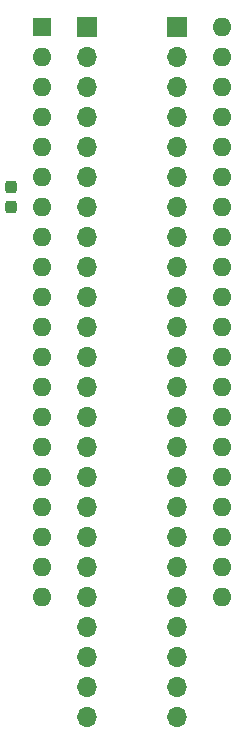
<source format=gbr>
G04 #@! TF.GenerationSoftware,KiCad,Pcbnew,8.0.4+dfsg-1*
G04 #@! TF.CreationDate,2025-02-23T14:55:37+09:00*
G04 #@! TF.ProjectId,bionic-mc6809e,62696f6e-6963-42d6-9d63-36383039652e,6*
G04 #@! TF.SameCoordinates,Original*
G04 #@! TF.FileFunction,Soldermask,Bot*
G04 #@! TF.FilePolarity,Negative*
%FSLAX46Y46*%
G04 Gerber Fmt 4.6, Leading zero omitted, Abs format (unit mm)*
G04 Created by KiCad (PCBNEW 8.0.4+dfsg-1) date 2025-02-23 14:55:37*
%MOMM*%
%LPD*%
G01*
G04 APERTURE LIST*
G04 Aperture macros list*
%AMRoundRect*
0 Rectangle with rounded corners*
0 $1 Rounding radius*
0 $2 $3 $4 $5 $6 $7 $8 $9 X,Y pos of 4 corners*
0 Add a 4 corners polygon primitive as box body*
4,1,4,$2,$3,$4,$5,$6,$7,$8,$9,$2,$3,0*
0 Add four circle primitives for the rounded corners*
1,1,$1+$1,$2,$3*
1,1,$1+$1,$4,$5*
1,1,$1+$1,$6,$7*
1,1,$1+$1,$8,$9*
0 Add four rect primitives between the rounded corners*
20,1,$1+$1,$2,$3,$4,$5,0*
20,1,$1+$1,$4,$5,$6,$7,0*
20,1,$1+$1,$6,$7,$8,$9,0*
20,1,$1+$1,$8,$9,$2,$3,0*%
G04 Aperture macros list end*
%ADD10R,1.600000X1.600000*%
%ADD11O,1.600000X1.600000*%
%ADD12O,1.700000X1.700000*%
%ADD13R,1.700000X1.700000*%
%ADD14RoundRect,0.237500X0.237500X-0.300000X0.237500X0.300000X-0.237500X0.300000X-0.237500X-0.300000X0*%
G04 APERTURE END LIST*
D10*
X109741600Y-70266000D03*
D11*
X109741600Y-72806000D03*
X109741600Y-75346000D03*
X109741600Y-77886000D03*
X109741600Y-80426000D03*
X109741600Y-82966000D03*
X109741600Y-85506000D03*
X109741600Y-88046000D03*
X109741600Y-90586000D03*
X109741600Y-93126000D03*
X109741600Y-95666000D03*
X109741600Y-98206000D03*
X109741600Y-100746000D03*
X109741600Y-103286000D03*
X109741600Y-105826000D03*
X109741600Y-108366000D03*
X109741600Y-110906000D03*
X109741600Y-113446000D03*
X109741600Y-115986000D03*
X109741600Y-118526000D03*
X124981600Y-118526000D03*
X124981600Y-115986000D03*
X124981600Y-113446000D03*
X124981600Y-110906000D03*
X124981600Y-108366000D03*
X124981600Y-105826000D03*
X124981600Y-103286000D03*
X124981600Y-100746000D03*
X124981600Y-98206000D03*
X124981600Y-95666000D03*
X124981600Y-93126000D03*
X124981600Y-90586000D03*
X124981600Y-88046000D03*
X124981600Y-85506000D03*
X124981600Y-82966000D03*
X124981600Y-80426000D03*
X124981600Y-77886000D03*
X124981600Y-75346000D03*
X124981600Y-72806000D03*
X124981600Y-70266000D03*
D12*
X121171600Y-128686000D03*
X121171600Y-126146000D03*
X121171600Y-123606000D03*
X121171600Y-121066000D03*
X121171600Y-118526000D03*
X121171600Y-115986000D03*
X121171600Y-113446000D03*
X121171600Y-110906000D03*
X121171600Y-108366000D03*
X121171600Y-105826000D03*
X121171600Y-103286000D03*
X121171600Y-100746000D03*
X121171600Y-98206000D03*
X121171600Y-95666000D03*
X121171600Y-93126000D03*
X121171600Y-90586000D03*
X121171600Y-88046000D03*
X121171600Y-85506000D03*
X121171600Y-82966000D03*
X121171600Y-80426000D03*
X121171600Y-77886000D03*
X121171600Y-75346000D03*
X121171600Y-72806000D03*
D13*
X121171600Y-70266000D03*
X113551600Y-70266000D03*
D12*
X113551600Y-72806000D03*
X113551600Y-75346000D03*
X113551600Y-77886000D03*
X113551600Y-80426000D03*
X113551600Y-82966000D03*
X113551600Y-85506000D03*
X113551600Y-88046000D03*
X113551600Y-90586000D03*
X113551600Y-93126000D03*
X113551600Y-95666000D03*
X113551600Y-98206000D03*
X113551600Y-100746000D03*
X113551600Y-103286000D03*
X113551600Y-105826000D03*
X113551600Y-108366000D03*
X113551600Y-110906000D03*
X113551600Y-113446000D03*
X113551600Y-115986000D03*
X113551600Y-118526000D03*
X113551600Y-121066000D03*
X113551600Y-123606000D03*
X113551600Y-126146000D03*
X113551600Y-128686000D03*
D14*
X107144801Y-85504900D03*
X107144801Y-83779900D03*
M02*

</source>
